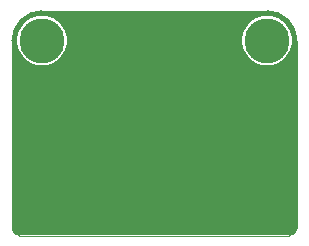
<source format=gbr>
%TF.GenerationSoftware,KiCad,Pcbnew,8.0.2*%
%TF.CreationDate,2024-05-08T23:24:27+02:00*%
%TF.ProjectId,adxl335,6164786c-3333-4352-9e6b-696361645f70,0.0.1*%
%TF.SameCoordinates,Original*%
%TF.FileFunction,Copper,L2,Bot*%
%TF.FilePolarity,Positive*%
%FSLAX46Y46*%
G04 Gerber Fmt 4.6, Leading zero omitted, Abs format (unit mm)*
G04 Created by KiCad (PCBNEW 8.0.2) date 2024-05-08 23:24:27*
%MOMM*%
%LPD*%
G01*
G04 APERTURE LIST*
%TA.AperFunction,ComponentPad*%
%ADD10C,3.800000*%
%TD*%
%TA.AperFunction,ViaPad*%
%ADD11C,0.800000*%
%TD*%
%TA.AperFunction,Profile*%
%ADD12C,0.100000*%
%TD*%
G04 APERTURE END LIST*
D10*
%TO.P,H3,1*%
%TO.N,N/C*%
X47229154Y-28184380D03*
%TD*%
%TO.P,H4,1*%
%TO.N,N/C*%
X28179154Y-28184380D03*
%TD*%
D11*
%TO.N,GND*%
X31227154Y-28438380D03*
X43038154Y-33137380D03*
X38466154Y-34407380D03*
X43927154Y-28184380D03*
%TD*%
%TA.AperFunction,Conductor*%
%TO.N,GND*%
G36*
X47232956Y-25655110D02*
G01*
X47275497Y-25657682D01*
X47526449Y-25672858D01*
X47541538Y-25674689D01*
X47827027Y-25727001D01*
X47841794Y-25730641D01*
X48118873Y-25816978D01*
X48133076Y-25822364D01*
X48397743Y-25941476D01*
X48411209Y-25948543D01*
X48659584Y-26098685D01*
X48672106Y-26107329D01*
X48900554Y-26286302D01*
X48911943Y-26296391D01*
X49117162Y-26501604D01*
X49127252Y-26512993D01*
X49306234Y-26741441D01*
X49314878Y-26753963D01*
X49465024Y-27002328D01*
X49472095Y-27015801D01*
X49591206Y-27280448D01*
X49596601Y-27294675D01*
X49682942Y-27571744D01*
X49686584Y-27586517D01*
X49738900Y-27871982D01*
X49740734Y-27887086D01*
X49758424Y-28179487D01*
X49758654Y-28187096D01*
X49758654Y-44052306D01*
X49757862Y-44066411D01*
X49744589Y-44184234D01*
X49738311Y-44211743D01*
X49701502Y-44316940D01*
X49689259Y-44342362D01*
X49629967Y-44436724D01*
X49612374Y-44458785D01*
X49533567Y-44537589D01*
X49511504Y-44555182D01*
X49417135Y-44614472D01*
X49391714Y-44626713D01*
X49286522Y-44663516D01*
X49259012Y-44669794D01*
X49148740Y-44682211D01*
X49140967Y-44683087D01*
X49140949Y-44683089D01*
X49126849Y-44683880D01*
X26281237Y-44683880D01*
X26267121Y-44683087D01*
X26149306Y-44669804D01*
X26121800Y-44663524D01*
X26016620Y-44626713D01*
X26016609Y-44626709D01*
X25991197Y-44614469D01*
X25896830Y-44555167D01*
X25874781Y-44537581D01*
X25795976Y-44458767D01*
X25778395Y-44436719D01*
X25719101Y-44342344D01*
X25706863Y-44316928D01*
X25691817Y-44273923D01*
X25670056Y-44211726D01*
X25663783Y-44184234D01*
X25656856Y-44122734D01*
X25650446Y-44065819D01*
X25649654Y-44051717D01*
X25649654Y-28188185D01*
X25649769Y-28184375D01*
X26073746Y-28184375D01*
X26073746Y-28184384D01*
X26093354Y-28471052D01*
X26093355Y-28471058D01*
X26093356Y-28471066D01*
X26125418Y-28625360D01*
X26151818Y-28752405D01*
X26151820Y-28752413D01*
X26248052Y-29023183D01*
X26380253Y-29278316D01*
X26545965Y-29513078D01*
X26742098Y-29723085D01*
X26742097Y-29723085D01*
X26742101Y-29723088D01*
X26965007Y-29904435D01*
X27210529Y-30053741D01*
X27474096Y-30168224D01*
X27750796Y-30245751D01*
X28035465Y-30284879D01*
X28035476Y-30284880D01*
X28322832Y-30284880D01*
X28322842Y-30284879D01*
X28531081Y-30256256D01*
X28607512Y-30245751D01*
X28884212Y-30168224D01*
X29147779Y-30053741D01*
X29393301Y-29904435D01*
X29616207Y-29723088D01*
X29812343Y-29513078D01*
X29978055Y-29278316D01*
X30110258Y-29023177D01*
X30206488Y-28752412D01*
X30264952Y-28471066D01*
X30284562Y-28184380D01*
X30284562Y-28184375D01*
X45123746Y-28184375D01*
X45123746Y-28184384D01*
X45143354Y-28471052D01*
X45143355Y-28471058D01*
X45143356Y-28471066D01*
X45175418Y-28625360D01*
X45201818Y-28752405D01*
X45201820Y-28752413D01*
X45298052Y-29023183D01*
X45430253Y-29278316D01*
X45595965Y-29513078D01*
X45792098Y-29723085D01*
X45792097Y-29723085D01*
X45792101Y-29723088D01*
X46015007Y-29904435D01*
X46260529Y-30053741D01*
X46524096Y-30168224D01*
X46800796Y-30245751D01*
X47085465Y-30284879D01*
X47085476Y-30284880D01*
X47372832Y-30284880D01*
X47372842Y-30284879D01*
X47581081Y-30256256D01*
X47657512Y-30245751D01*
X47934212Y-30168224D01*
X48197779Y-30053741D01*
X48443301Y-29904435D01*
X48666207Y-29723088D01*
X48862343Y-29513078D01*
X49028055Y-29278316D01*
X49160258Y-29023177D01*
X49256488Y-28752412D01*
X49314952Y-28471066D01*
X49334562Y-28184380D01*
X49334487Y-28183289D01*
X49314953Y-27897707D01*
X49314952Y-27897701D01*
X49314952Y-27897694D01*
X49256488Y-27616348D01*
X49160258Y-27345583D01*
X49160256Y-27345579D01*
X49160255Y-27345576D01*
X49028053Y-27090441D01*
X48975378Y-27015817D01*
X48862343Y-26855682D01*
X48666209Y-26645674D01*
X48666210Y-26645674D01*
X48495748Y-26506994D01*
X48443301Y-26464325D01*
X48197779Y-26315019D01*
X47934212Y-26200536D01*
X47829295Y-26171140D01*
X47657511Y-26123008D01*
X47372842Y-26083880D01*
X47372832Y-26083880D01*
X47085476Y-26083880D01*
X47085465Y-26083880D01*
X46800796Y-26123008D01*
X46562145Y-26189875D01*
X46524096Y-26200536D01*
X46524094Y-26200536D01*
X46524093Y-26200537D01*
X46260529Y-26315019D01*
X46015004Y-26464327D01*
X45792098Y-26645674D01*
X45595965Y-26855682D01*
X45430254Y-27090441D01*
X45298052Y-27345576D01*
X45201820Y-27616346D01*
X45201818Y-27616354D01*
X45172701Y-27756476D01*
X45145560Y-27887091D01*
X45143355Y-27897701D01*
X45143354Y-27897707D01*
X45123746Y-28184375D01*
X30284562Y-28184375D01*
X30284487Y-28183289D01*
X30264953Y-27897707D01*
X30264952Y-27897701D01*
X30264952Y-27897694D01*
X30206488Y-27616348D01*
X30110258Y-27345583D01*
X30110256Y-27345579D01*
X30110255Y-27345576D01*
X29978053Y-27090441D01*
X29925378Y-27015817D01*
X29812343Y-26855682D01*
X29616209Y-26645674D01*
X29616210Y-26645674D01*
X29445748Y-26506994D01*
X29393301Y-26464325D01*
X29147779Y-26315019D01*
X28884212Y-26200536D01*
X28779295Y-26171140D01*
X28607511Y-26123008D01*
X28322842Y-26083880D01*
X28322832Y-26083880D01*
X28035476Y-26083880D01*
X28035465Y-26083880D01*
X27750796Y-26123008D01*
X27512145Y-26189875D01*
X27474096Y-26200536D01*
X27474094Y-26200536D01*
X27474093Y-26200537D01*
X27210529Y-26315019D01*
X26965004Y-26464327D01*
X26742098Y-26645674D01*
X26545965Y-26855682D01*
X26380254Y-27090441D01*
X26248052Y-27345576D01*
X26151820Y-27616346D01*
X26151818Y-27616354D01*
X26122701Y-27756476D01*
X26095560Y-27887091D01*
X26093355Y-27897701D01*
X26093354Y-27897707D01*
X26073746Y-28184375D01*
X25649769Y-28184375D01*
X25649884Y-28180578D01*
X25658318Y-28041145D01*
X25667637Y-27887077D01*
X25669468Y-27872000D01*
X25721785Y-27586514D01*
X25725419Y-27571770D01*
X25811766Y-27294670D01*
X25817152Y-27280469D01*
X25936271Y-27015801D01*
X25943333Y-27002346D01*
X25975756Y-26948712D01*
X26093477Y-26753975D01*
X26102110Y-26741468D01*
X26281111Y-26512993D01*
X26291181Y-26501627D01*
X26496402Y-26296406D01*
X26507765Y-26286338D01*
X26736253Y-26107329D01*
X26748737Y-26098713D01*
X26997129Y-25948554D01*
X27010579Y-25941496D01*
X27275237Y-25822384D01*
X27289444Y-25816995D01*
X27566544Y-25730648D01*
X27581288Y-25727014D01*
X27866774Y-25674697D01*
X27881851Y-25672866D01*
X28103634Y-25659451D01*
X28175422Y-25655110D01*
X28183029Y-25654880D01*
X47225351Y-25654880D01*
X47232956Y-25655110D01*
G37*
%TD.AperFunction*%
%TD*%
D12*
X47229154Y-25644380D02*
G75*
G02*
X49769220Y-28184380I46J-2540020D01*
G01*
X25639154Y-44059380D02*
X25639154Y-28184380D01*
X49769154Y-44059380D02*
X49769154Y-28184380D01*
X26274154Y-44694380D02*
G75*
G02*
X25639220Y-44059380I46J634980D01*
G01*
X25639154Y-28184380D02*
G75*
G02*
X28179154Y-25644384I2539996J0D01*
G01*
X47229154Y-25644380D02*
X28179154Y-25644380D01*
X49769154Y-44059380D02*
G75*
G02*
X49134154Y-44694354I-634954J-20D01*
G01*
X26274154Y-44694380D02*
X49134154Y-44694380D01*
M02*

</source>
